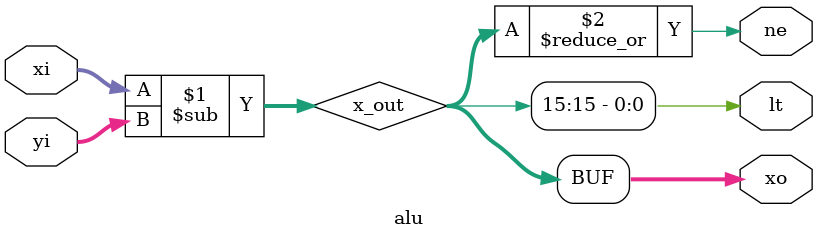
<source format=sv>

`timescale 1 ns / 1 ns

module  alu (
  input logic unsigned [15:0] xi, yi,
  output logic unsigned [15:0] xo,
  output logic ne, lt );

  logic unsigned [15:0] x_out;

  assign  x_out = xi - yi;    assign  xo = x_out;

  assign  ne =  | x_out;

  assign  lt = x_out[15];

endmodule

</source>
